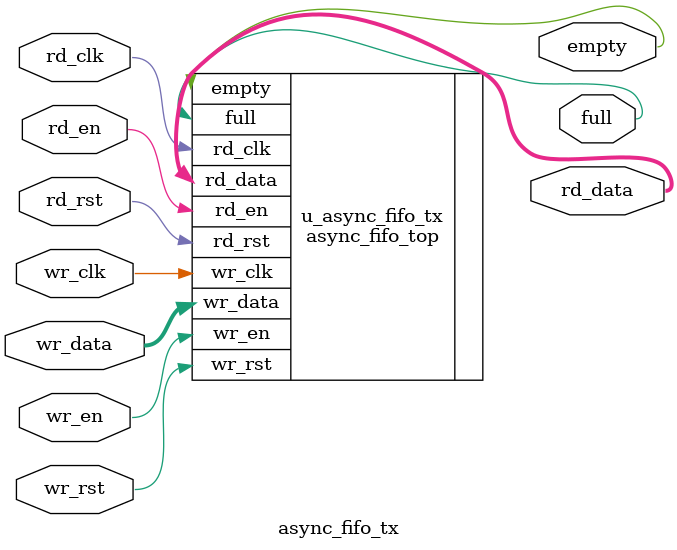
<source format=sv>

`timescale 1ns / 1ps
`include "async_fifo_top.sv"

module async_fifo_tx (
    input  wire                   wr_clk,      // Write clock (AHB domain)
    input  wire                   wr_rst,      // Write domain reset (active-high)
    input  wire                   wr_en,       // Write enable signal
    input  wire [40:0]            wr_data,     // 41-bit input data to FIFO
    input  wire                   rd_clk,      // Read clock (SPI domain)
    input  wire                   rd_rst,      // Read domain reset (active-high)
    input  wire                   rd_en,       // Read enable signal
    output wire [40:0]            rd_data,     // 41-bit output data from FIFO
    output wire                   full,        // FIFO full flag (cannot write)
    output wire                   empty        // FIFO empty flag (cannot read)
);

    // Instantiates the asynchronous FIFO with parameterized data and address width.
    async_fifo_top #(
        .DATA_WIDTH(41),          // Data width set to 41 bits
        .ADDR_WIDTH(4)            // Address width (FIFO depth = 2^4 = 16)
    ) u_async_fifo_tx (
        .wr_clk(wr_clk),          // Write clock input
        .wr_rst(wr_rst),          // Write reset input
        .wr_en(wr_en),            // Write enable input
        .wr_data(wr_data),        // Data input for write
        .rd_clk(rd_clk),          // Read clock input
        .rd_rst(rd_rst),          // Read reset input
        .rd_en(rd_en),            // Read enable input
        .full(full),              // FIFO full output
        .empty(empty),            // FIFO empty output
        .rd_data(rd_data)         // Data output for read
    );

endmodule
</source>
